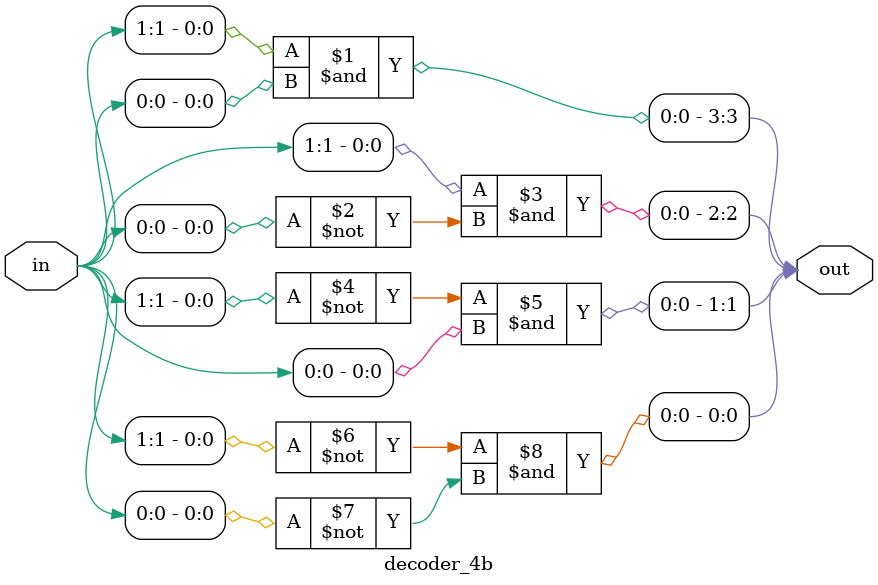
<source format=v>
module decoder(out, in);

input[4:0] in;
output[31:0] out;

wire [3:0] en;

decoder_4b enable(en,in[4:3]);

decoder_8b out0 (out[7:0],in[2:0],en[0]);
decoder_8b out8 (out[15:8],in[2:0],en[1]);
decoder_8b out16 (out[23:16],in[2:0],en[2]);
decoder_8b out24 (out[31:24],in[2:0],en[3]);

endmodule

module decoder_8b(out,in,en);

input en;
input[2:0] in;
output[7:0] out;

and out7(out[7],in[0],in[1],in[2],en);
and out6(out[6],in[2],in[1],~in[0],en);
and out5(out[5],in[2],~in[1],in[0],en);
and out4(out[4],in[2],~in[1],~in[0],en);
and out3(out[3],~in[2],in[1],in[0],en);
and out2(out[2],~in[2],in[1],~in[0],en);
and out1(out[1],~in[2],~in[1],in[0],en);
and out0(out[0],~in[2],~in[1],~in[0],en);

endmodule

module decoder_4b(out,in);

input[1:0] in;
output[3:0] out;


and out3(out[3],in[1],in[0]);
and out2(out[2],in[1],~in[0]);
and out1(out[1],~in[1],in[0]);
and out0(out[0],~in[1],~in[0]);

endmodule

</source>
